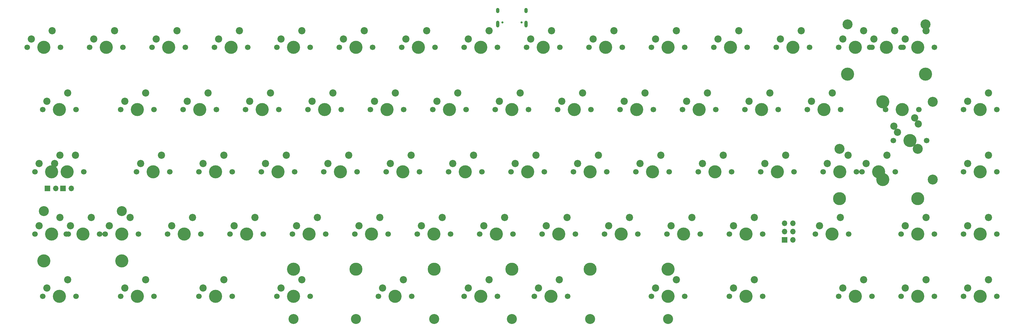
<source format=gbr>
%TF.GenerationSoftware,KiCad,Pcbnew,(5.99.0-11177-g6c67dfa032)*%
%TF.CreationDate,2021-09-16T00:44:05+03:00*%
%TF.ProjectId,Charon_32U4_Solder,43686172-6f6e-45f3-9332-55345f536f6c,rev?*%
%TF.SameCoordinates,Original*%
%TF.FileFunction,Soldermask,Top*%
%TF.FilePolarity,Negative*%
%FSLAX46Y46*%
G04 Gerber Fmt 4.6, Leading zero omitted, Abs format (unit mm)*
G04 Created by KiCad (PCBNEW (5.99.0-11177-g6c67dfa032)) date 2021-09-16 00:44:05*
%MOMM*%
%LPD*%
G01*
G04 APERTURE LIST*
%ADD10C,1.700000*%
%ADD11C,4.000000*%
%ADD12C,2.200000*%
%ADD13C,3.048000*%
%ADD14C,3.987800*%
%ADD15C,3.050000*%
%ADD16C,0.650000*%
%ADD17O,1.000000X2.100000*%
%ADD18O,1.000000X1.600000*%
%ADD19R,1.700000X1.700000*%
%ADD20O,1.700000X1.700000*%
G04 APERTURE END LIST*
D10*
%TO.C,K70*%
X350361250Y-134540625D03*
X340201250Y-134540625D03*
D11*
X345281250Y-134540625D03*
D12*
X347821250Y-129460625D03*
X341471250Y-132000625D03*
%TD*%
D11*
%TO.C,K57*%
X300037500Y-115490625D03*
D10*
X305117500Y-115490625D03*
X294957500Y-115490625D03*
D12*
X302577500Y-110410625D03*
X296227500Y-112950625D03*
%TD*%
D10*
%TO.C,K58*%
X331311250Y-115490625D03*
X321151250Y-115490625D03*
D11*
X326231250Y-115490625D03*
D12*
X328771250Y-110410625D03*
X322421250Y-112950625D03*
%TD*%
D13*
%TO.C,>NAME*%
X302387000Y-89455625D03*
X326263000Y-89455625D03*
D14*
X302387000Y-104695625D03*
X326263000Y-104695625D03*
%TD*%
D11*
%TO.C,K31*%
X66675000Y-96440625D03*
D10*
X71755000Y-96440625D03*
X61595000Y-96440625D03*
D12*
X69215000Y-91360625D03*
X62865000Y-93900625D03*
%TD*%
D10*
%TO.C,K43a1*%
X297338750Y-96440625D03*
D11*
X302418750Y-96440625D03*
D10*
X307498750Y-96440625D03*
D12*
X304958750Y-91360625D03*
X298608750Y-93900625D03*
%TD*%
D10*
%TO.C,K7*%
X168751250Y-58340625D03*
D11*
X173831250Y-58340625D03*
D10*
X178911250Y-58340625D03*
D12*
X176371250Y-53260625D03*
X170021250Y-55800625D03*
%TD*%
D11*
%TO.C,K49*%
X140493750Y-115490625D03*
D10*
X135413750Y-115490625D03*
X145573750Y-115490625D03*
D12*
X143033750Y-110410625D03*
X136683750Y-112950625D03*
%TD*%
D10*
%TO.C,K64a1*%
X197961250Y-134540625D03*
X187801250Y-134540625D03*
D11*
X192881250Y-134540625D03*
D12*
X195421250Y-129460625D03*
X189071250Y-132000625D03*
%TD*%
D10*
%TO.C,K34*%
X136048750Y-96440625D03*
X125888750Y-96440625D03*
D11*
X130968750Y-96440625D03*
D12*
X133508750Y-91360625D03*
X127158750Y-93900625D03*
%TD*%
D10*
%TO.C,K9*%
X217011250Y-58340625D03*
X206851250Y-58340625D03*
D11*
X211931250Y-58340625D03*
D12*
X214471250Y-53260625D03*
X208121250Y-55800625D03*
%TD*%
D10*
%TO.C,K33*%
X106838750Y-96440625D03*
X116998750Y-96440625D03*
D11*
X111918750Y-96440625D03*
D12*
X114458750Y-91360625D03*
X108108750Y-93900625D03*
%TD*%
D11*
%TO.C,K56*%
X273843750Y-115490625D03*
D10*
X278923750Y-115490625D03*
X268763750Y-115490625D03*
D12*
X276383750Y-110410625D03*
X270033750Y-112950625D03*
%TD*%
D11*
%TO.C,K54*%
X235743750Y-115490625D03*
D10*
X240823750Y-115490625D03*
X230663750Y-115490625D03*
D12*
X238283750Y-110410625D03*
X231933750Y-112950625D03*
%TD*%
D11*
%TO.C,K8*%
X192881250Y-58340625D03*
D10*
X187801250Y-58340625D03*
X197961250Y-58340625D03*
D12*
X195421250Y-53260625D03*
X189071250Y-55800625D03*
%TD*%
D13*
%TO.C,>NAME*%
X202374500Y-141525625D03*
D14*
X226250500Y-126285625D03*
D13*
X226250500Y-141525625D03*
D14*
X202374500Y-126285625D03*
%TD*%
D10*
%TO.C,K24*%
X216376250Y-77390625D03*
X226536250Y-77390625D03*
D11*
X221456250Y-77390625D03*
D12*
X223996250Y-72310625D03*
X217646250Y-74850625D03*
%TD*%
D10*
%TO.C,K40*%
X250348750Y-96440625D03*
X240188750Y-96440625D03*
D11*
X245268750Y-96440625D03*
D12*
X247808750Y-91360625D03*
X241458750Y-93900625D03*
%TD*%
D11*
%TO.C,K11*%
X250031250Y-58340625D03*
D10*
X255111250Y-58340625D03*
X244951250Y-58340625D03*
D12*
X252571250Y-53260625D03*
X246221250Y-55800625D03*
%TD*%
D11*
%TO.C,K31a1*%
X61912500Y-96440625D03*
D10*
X66992500Y-96440625D03*
X56832500Y-96440625D03*
D12*
X64452500Y-91360625D03*
X58102500Y-93900625D03*
%TD*%
D10*
%TO.C,K15*%
X331311250Y-58340625D03*
X321151250Y-58340625D03*
D11*
X326231250Y-58340625D03*
D12*
X328771250Y-53260625D03*
X322421250Y-55800625D03*
%TD*%
D11*
%TO.C,K52*%
X197643750Y-115490625D03*
D10*
X202723750Y-115490625D03*
X192563750Y-115490625D03*
D12*
X200183750Y-110410625D03*
X193833750Y-112950625D03*
%TD*%
D11*
%TO.C,K53*%
X216693750Y-115490625D03*
D10*
X221773750Y-115490625D03*
X211613750Y-115490625D03*
D12*
X219233750Y-110410625D03*
X212883750Y-112950625D03*
%TD*%
D10*
%TO.C,K10*%
X236061250Y-58340625D03*
X225901250Y-58340625D03*
D11*
X230981250Y-58340625D03*
D12*
X233521250Y-53260625D03*
X227171250Y-55800625D03*
%TD*%
D10*
%TO.C,K63*%
X130651250Y-134540625D03*
X140811250Y-134540625D03*
D11*
X135731250Y-134540625D03*
D12*
X138271250Y-129460625D03*
X131921250Y-132000625D03*
%TD*%
D11*
%TO.C,K27*%
X278606250Y-77390625D03*
D10*
X283686250Y-77390625D03*
X273526250Y-77390625D03*
D12*
X281146250Y-72310625D03*
X274796250Y-74850625D03*
%TD*%
D10*
%TO.C,K51*%
X183673750Y-115490625D03*
D11*
X178593750Y-115490625D03*
D10*
X173513750Y-115490625D03*
D12*
X181133750Y-110410625D03*
X174783750Y-112950625D03*
%TD*%
D10*
%TO.C,K5*%
X130651250Y-58340625D03*
X140811250Y-58340625D03*
D11*
X135731250Y-58340625D03*
D12*
X138271250Y-53260625D03*
X131921250Y-55800625D03*
%TD*%
D10*
%TO.C,K50*%
X154463750Y-115490625D03*
X164623750Y-115490625D03*
D11*
X159543750Y-115490625D03*
D12*
X162083750Y-110410625D03*
X155733750Y-112950625D03*
%TD*%
D10*
%TO.C,K41*%
X269398750Y-96440625D03*
D11*
X264318750Y-96440625D03*
D10*
X259238750Y-96440625D03*
D12*
X266858750Y-91360625D03*
X260508750Y-93900625D03*
%TD*%
D11*
%TO.C,K17*%
X88106250Y-77390625D03*
D10*
X93186250Y-77390625D03*
X83026250Y-77390625D03*
D12*
X90646250Y-72310625D03*
X84296250Y-74850625D03*
%TD*%
D10*
%TO.C,K38*%
X202088750Y-96440625D03*
X212248750Y-96440625D03*
D11*
X207168750Y-96440625D03*
D12*
X209708750Y-91360625D03*
X203358750Y-93900625D03*
%TD*%
D10*
%TO.C,K64*%
X171767500Y-134540625D03*
X161607500Y-134540625D03*
D11*
X166687500Y-134540625D03*
D12*
X169227500Y-129460625D03*
X162877500Y-132000625D03*
%TD*%
D10*
%TO.C,K19*%
X121126250Y-77390625D03*
D11*
X126206250Y-77390625D03*
D10*
X131286250Y-77390625D03*
D12*
X128746250Y-72310625D03*
X122396250Y-74850625D03*
%TD*%
D11*
%TO.C,K29a1*%
X323850000Y-86915625D03*
D10*
X328930000Y-86915625D03*
X318770000Y-86915625D03*
D12*
X326390000Y-81835625D03*
X320040000Y-84375625D03*
%TD*%
D11*
%TO.C,K3*%
X97631250Y-58340625D03*
D10*
X102711250Y-58340625D03*
X92551250Y-58340625D03*
D12*
X100171250Y-53260625D03*
X93821250Y-55800625D03*
%TD*%
D10*
%TO.C,K29*%
X316388750Y-77390625D03*
D11*
X321468750Y-77390625D03*
D10*
X326548750Y-77390625D03*
D12*
X318928750Y-82470625D03*
X325278750Y-79930625D03*
%TD*%
D11*
%TO.C,K4*%
X116681250Y-58340625D03*
D10*
X121761250Y-58340625D03*
X111601250Y-58340625D03*
D12*
X119221250Y-53260625D03*
X112871250Y-55800625D03*
%TD*%
D10*
%TO.C,K37*%
X183038750Y-96440625D03*
X193198750Y-96440625D03*
D11*
X188118750Y-96440625D03*
D12*
X190658750Y-91360625D03*
X184308750Y-93900625D03*
%TD*%
D15*
%TO.C,REF\u002A\u002A*%
X330850000Y-98815625D03*
D11*
X315610000Y-98815625D03*
D15*
X330850000Y-75015625D03*
D11*
X315610000Y-75015625D03*
%TD*%
%TO.C,REF\u002A\u002A*%
X250031250Y-126300625D03*
D15*
X135731250Y-141540625D03*
D11*
X135731250Y-126300625D03*
D15*
X250031250Y-141540625D03*
%TD*%
D10*
%TO.C,K23*%
X207486250Y-77390625D03*
D11*
X202406250Y-77390625D03*
D10*
X197326250Y-77390625D03*
D12*
X204946250Y-72310625D03*
X198596250Y-74850625D03*
%TD*%
D10*
%TO.C,K32*%
X97948750Y-96440625D03*
D11*
X92868750Y-96440625D03*
D10*
X87788750Y-96440625D03*
D12*
X95408750Y-91360625D03*
X89058750Y-93900625D03*
%TD*%
D11*
%TO.C,K26*%
X259556250Y-77390625D03*
D10*
X264636250Y-77390625D03*
X254476250Y-77390625D03*
D12*
X262096250Y-72310625D03*
X255746250Y-74850625D03*
%TD*%
D13*
%TO.C,>NAME*%
X178625500Y-141525625D03*
D14*
X178625500Y-126285625D03*
D13*
X154749500Y-141525625D03*
D14*
X154749500Y-126285625D03*
%TD*%
D11*
%TO.C,K18*%
X107156250Y-77390625D03*
D10*
X102076250Y-77390625D03*
X112236250Y-77390625D03*
D12*
X109696250Y-72310625D03*
X103346250Y-74850625D03*
%TD*%
D11*
%TO.C,K22*%
X183356250Y-77390625D03*
D10*
X178276250Y-77390625D03*
X188436250Y-77390625D03*
D12*
X185896250Y-72310625D03*
X179546250Y-74850625D03*
%TD*%
D11*
%TO.C,K6*%
X154781250Y-58340625D03*
D10*
X159861250Y-58340625D03*
X149701250Y-58340625D03*
D12*
X157321250Y-53260625D03*
X150971250Y-55800625D03*
%TD*%
D10*
%TO.C,K42*%
X278288750Y-96440625D03*
X288448750Y-96440625D03*
D11*
X283368750Y-96440625D03*
D12*
X285908750Y-91360625D03*
X279558750Y-93900625D03*
%TD*%
D10*
%TO.C,K65*%
X209232500Y-134540625D03*
X219392500Y-134540625D03*
D11*
X214312500Y-134540625D03*
D12*
X216852500Y-129460625D03*
X210502500Y-132000625D03*
%TD*%
D10*
%TO.C,K30*%
X340201250Y-77390625D03*
D11*
X345281250Y-77390625D03*
D10*
X350361250Y-77390625D03*
D12*
X347821250Y-72310625D03*
X341471250Y-74850625D03*
%TD*%
D10*
%TO.C,K12*%
X274161250Y-58340625D03*
X264001250Y-58340625D03*
D11*
X269081250Y-58340625D03*
D12*
X271621250Y-53260625D03*
X265271250Y-55800625D03*
%TD*%
D10*
%TO.C,K20*%
X150336250Y-77390625D03*
X140176250Y-77390625D03*
D11*
X145256250Y-77390625D03*
D12*
X147796250Y-72310625D03*
X141446250Y-74850625D03*
%TD*%
D10*
%TO.C,K48*%
X116363750Y-115490625D03*
D11*
X121443750Y-115490625D03*
D10*
X126523750Y-115490625D03*
D12*
X123983750Y-110410625D03*
X117633750Y-112950625D03*
%TD*%
D10*
%TO.C,K69*%
X321151250Y-134540625D03*
X331311250Y-134540625D03*
D11*
X326231250Y-134540625D03*
D12*
X328771250Y-129460625D03*
X322421250Y-132000625D03*
%TD*%
D11*
%TO.C,K45*%
X61912500Y-115490625D03*
D10*
X66992500Y-115490625D03*
X56832500Y-115490625D03*
D12*
X64452500Y-110410625D03*
X58102500Y-112950625D03*
%TD*%
D11*
%TO.C,K13*%
X288131250Y-58340625D03*
D10*
X293211250Y-58340625D03*
X283051250Y-58340625D03*
D12*
X290671250Y-53260625D03*
X284321250Y-55800625D03*
%TD*%
D10*
%TO.C,K61*%
X83026250Y-134540625D03*
D11*
X88106250Y-134540625D03*
D10*
X93186250Y-134540625D03*
D12*
X90646250Y-129460625D03*
X84296250Y-132000625D03*
%TD*%
D10*
%TO.C,K43*%
X309245000Y-96440625D03*
X319405000Y-96440625D03*
D11*
X314325000Y-96440625D03*
D12*
X316865000Y-91360625D03*
X310515000Y-93900625D03*
%TD*%
D10*
%TO.C,K47*%
X107473750Y-115490625D03*
X97313750Y-115490625D03*
D11*
X102393750Y-115490625D03*
D12*
X104933750Y-110410625D03*
X98583750Y-112950625D03*
%TD*%
D10*
%TO.C,K28*%
X302736250Y-77390625D03*
D11*
X297656250Y-77390625D03*
D10*
X292576250Y-77390625D03*
D12*
X300196250Y-72310625D03*
X293846250Y-74850625D03*
%TD*%
D10*
%TO.C,K36*%
X174148750Y-96440625D03*
D11*
X169068750Y-96440625D03*
D10*
X163988750Y-96440625D03*
D12*
X171608750Y-91360625D03*
X165258750Y-93900625D03*
%TD*%
D10*
%TO.C,K39*%
X231298750Y-96440625D03*
X221138750Y-96440625D03*
D11*
X226218750Y-96440625D03*
D12*
X228758750Y-91360625D03*
X222408750Y-93900625D03*
%TD*%
D10*
%TO.C,K62*%
X106838750Y-134540625D03*
X116998750Y-134540625D03*
D11*
X111918750Y-134540625D03*
D12*
X114458750Y-129460625D03*
X108108750Y-132000625D03*
%TD*%
D11*
%TO.C,K59*%
X345281250Y-115490625D03*
D10*
X350361250Y-115490625D03*
X340201250Y-115490625D03*
D12*
X347821250Y-110410625D03*
X341471250Y-112950625D03*
%TD*%
D10*
%TO.C,K60*%
X69373750Y-134540625D03*
D11*
X64293750Y-134540625D03*
D10*
X59213750Y-134540625D03*
D12*
X66833750Y-129460625D03*
X60483750Y-132000625D03*
%TD*%
D10*
%TO.C,K67*%
X268763750Y-134540625D03*
X278923750Y-134540625D03*
D11*
X273843750Y-134540625D03*
D12*
X276383750Y-129460625D03*
X270033750Y-132000625D03*
%TD*%
D10*
%TO.C,K44*%
X340201250Y-96440625D03*
D11*
X345281250Y-96440625D03*
D10*
X350361250Y-96440625D03*
D12*
X347821250Y-91360625D03*
X341471250Y-93900625D03*
%TD*%
D10*
%TO.C,K1*%
X54451250Y-58340625D03*
X64611250Y-58340625D03*
D11*
X59531250Y-58340625D03*
D12*
X62071250Y-53260625D03*
X55721250Y-55800625D03*
%TD*%
D10*
%TO.C,K46*%
X88423750Y-115490625D03*
X78263750Y-115490625D03*
D11*
X83343750Y-115490625D03*
D12*
X85883750Y-110410625D03*
X79533750Y-112950625D03*
%TD*%
D10*
%TO.C,K55*%
X259873750Y-115490625D03*
D11*
X254793750Y-115490625D03*
D10*
X249713750Y-115490625D03*
D12*
X257333750Y-110410625D03*
X250983750Y-112950625D03*
%TD*%
D10*
%TO.C,K21*%
X169386250Y-77390625D03*
X159226250Y-77390625D03*
D11*
X164306250Y-77390625D03*
D12*
X166846250Y-72310625D03*
X160496250Y-74850625D03*
%TD*%
D10*
%TO.C,K68*%
X312261250Y-134540625D03*
X302101250Y-134540625D03*
D11*
X307181250Y-134540625D03*
D12*
X309721250Y-129460625D03*
X303371250Y-132000625D03*
%TD*%
D10*
%TO.C,K66*%
X244951250Y-134540625D03*
X255111250Y-134540625D03*
D11*
X250031250Y-134540625D03*
D12*
X252571250Y-129460625D03*
X246221250Y-132000625D03*
%TD*%
D11*
%TO.C,K16*%
X64293750Y-77390625D03*
D10*
X69373750Y-77390625D03*
X59213750Y-77390625D03*
D12*
X66833750Y-72310625D03*
X60483750Y-74850625D03*
%TD*%
D11*
%TO.C,K2*%
X78581250Y-58340625D03*
D10*
X73501250Y-58340625D03*
X83661250Y-58340625D03*
D12*
X81121250Y-53260625D03*
X74771250Y-55800625D03*
%TD*%
D11*
%TO.C,K45a1*%
X59537500Y-123730625D03*
X83337500Y-123730625D03*
X71437500Y-115490625D03*
D15*
X59537500Y-108490625D03*
D10*
X76517500Y-115490625D03*
X66357500Y-115490625D03*
D15*
X83337500Y-108490625D03*
D12*
X73977500Y-110410625D03*
X67627500Y-112950625D03*
%TD*%
D11*
%TO.C,K35*%
X150018750Y-96440625D03*
D10*
X144938750Y-96440625D03*
X155098750Y-96440625D03*
D12*
X152558750Y-91360625D03*
X146208750Y-93900625D03*
%TD*%
D10*
%TO.C,K14*%
X302101250Y-58340625D03*
D11*
X307181250Y-58340625D03*
D10*
X312261250Y-58340625D03*
D12*
X309721250Y-53260625D03*
X303371250Y-55800625D03*
%TD*%
D11*
%TO.C,K14a1*%
X304806250Y-66580625D03*
X328606250Y-66580625D03*
X316706250Y-58340625D03*
D10*
X311626250Y-58340625D03*
D15*
X304806250Y-51340625D03*
D10*
X321786250Y-58340625D03*
D15*
X328606250Y-51340625D03*
D12*
X319246250Y-53260625D03*
X312896250Y-55800625D03*
%TD*%
D10*
%TO.C,K25*%
X245586250Y-77390625D03*
X235426250Y-77390625D03*
D11*
X240506250Y-77390625D03*
D12*
X243046250Y-72310625D03*
X236696250Y-74850625D03*
%TD*%
D16*
%TO.C,J1*%
X205296250Y-50740000D03*
X199516250Y-50740000D03*
D17*
X198086250Y-51270000D03*
D18*
X198086250Y-47090000D03*
D17*
X206726250Y-51270000D03*
D18*
X206726250Y-47090000D03*
%TD*%
D19*
%TO.C,LED1*%
X60622500Y-101520625D03*
D20*
X63162500Y-101520625D03*
%TD*%
D19*
%TO.C,ISP1*%
X285591250Y-117268625D03*
D20*
X288131250Y-117268625D03*
X285591250Y-114728625D03*
X288131250Y-114728625D03*
X285591250Y-112188625D03*
X288131250Y-112188625D03*
%TD*%
D19*
%TO.C,LED1a1*%
X65385000Y-101520625D03*
D20*
X67925000Y-101520625D03*
%TD*%
M02*

</source>
